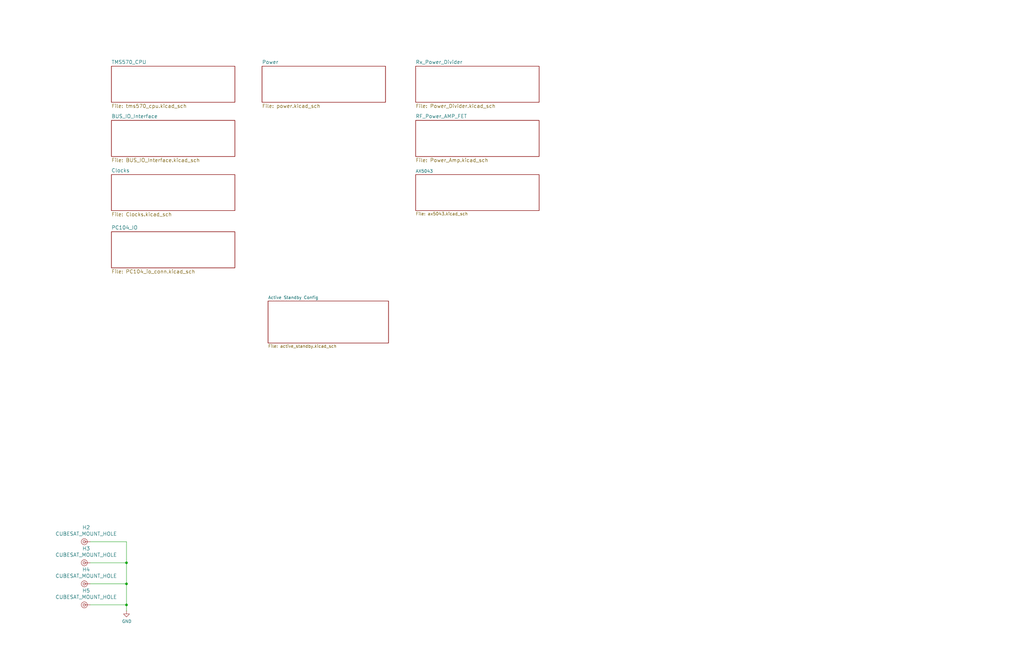
<source format=kicad_sch>
(kicad_sch (version 20250114) (generator "eeschema") (generator_version "9.0")
  (paper "USLedger")
  (title_block (title "Radiation Tolerant Internal Housekeeping Unit (IHU)") (date "2022-12-27") (rev "1.2") (company "AMSAT-NA") (comment 1 "N5BRG"))
  (lib_symbols
    (symbol "PACSAT_DEV_misc:CUBESAT_MOUNT_HOLE_1" (pin_numbers (hide yes)) (pin_names (offset 0) (hide yes))
      (property "Reference" "H104" (at 0.7874 6.0198 0))
      (property "Value" "CUBESAT_MOUNT_HOLE" (at 0.7874 3.3274 0))
      (symbol "CUBESAT_MOUNT_HOLE_1_0_1"
        (circle (center 0 0) (radius 0.5588))
        (circle (center 0 0) (radius 1.27))
      )
      (symbol "CUBESAT_MOUNT_HOLE_1_1_1"
        (pin passive line (at 2.54 0 180) (length 2.54) (name "1") (number "1"))
      )
    )
    (symbol "power:GND" (power) (pin_numbers (hide yes)) (pin_names (offset 0) (hide yes))
      (property "Value" "GND" (at 0 -3.81 0))
      (symbol "GND_0_1"
        (polyline (pts (xy 0 0) (xy 0 -1.27) (xy 1.27 -1.27) (xy 0 -2.54) (xy -1.27 -1.27) (xy 0 -1.27)))
      )
      (symbol "GND_1_1"
        (pin power_in line (at 0 0 270) (length 0) (name "~") (number "1"))
      )
    )
  )
  (junction (at 53.34 246.38))
  (junction (at 53.34 255.27))
  (junction (at 53.34 237.49))
  (wire (pts (xy 38.1 246.38) (xy 53.34 246.38)))
  (wire (pts (xy 38.1 255.27) (xy 53.34 255.27)))
  (wire (pts (xy 53.34 246.38) (xy 53.34 255.27)))
  (wire (pts (xy 53.34 255.27) (xy 53.34 257.81)))
  (wire (pts (xy 53.34 228.6) (xy 53.34 237.49)))
  (wire (pts (xy 38.1 237.49) (xy 53.34 237.49)))
  (wire (pts (xy 38.1 228.6) (xy 53.34 228.6)))
  (wire (pts (xy 53.34 237.49) (xy 53.34 246.38)))
  (symbol (lib_id "PACSAT_DEV_misc:CUBESAT_MOUNT_HOLE_1") (at 35.56 228.6 0) (unit 1) (in_bom no)
    (property "Reference" "H2" (at 36.3474 222.5802 0) (effects (font (size 1.524 1.524))))
    (property "Value" "CUBESAT_MOUNT_HOLE" (at 36.3474 225.2726 0) (effects (font (size 1.524 1.524))))
    (property "Footprint" "PacSatDev_misc:CUBESAT_MOUNT_HOLE" (effects (hide yes)))
  )
  (symbol (lib_id "PACSAT_DEV_misc:CUBESAT_MOUNT_HOLE_1") (at 35.56 237.49 0) (unit 1) (in_bom no)
    (property "Reference" "H3" (at 36.3474 231.4702 0) (effects (font (size 1.524 1.524))))
    (property "Value" "CUBESAT_MOUNT_HOLE" (at 36.3474 234.1626 0) (effects (font (size 1.524 1.524))))
    (property "Footprint" "PacSatDev_misc:CUBESAT_MOUNT_HOLE" (effects (hide yes)))
  )
  (symbol (lib_id "PACSAT_DEV_misc:CUBESAT_MOUNT_HOLE_1") (at 35.56 246.38 0) (unit 1) (in_bom no)
    (property "Reference" "H4" (at 36.3474 240.3602 0) (effects (font (size 1.524 1.524))))
    (property "Value" "CUBESAT_MOUNT_HOLE" (at 36.3474 243.0526 0) (effects (font (size 1.524 1.524))))
    (property "Footprint" "PacSatDev_misc:CUBESAT_MOUNT_HOLE" (effects (hide yes)))
  )
  (symbol (lib_id "PACSAT_DEV_misc:CUBESAT_MOUNT_HOLE_1") (at 35.56 255.27 0) (unit 1) (in_bom no)
    (property "Reference" "H5" (at 36.3474 249.2502 0) (effects (font (size 1.524 1.524))))
    (property "Value" "CUBESAT_MOUNT_HOLE" (at 36.3474 251.9426 0) (effects (font (size 1.524 1.524))))
    (property "Footprint" "PacSatDev_misc:CUBESAT_MOUNT_HOLE" (effects (hide yes)))
  )
  (symbol (lib_id "power:GND") (at 53.34 257.81 0) (unit 1)
    (property "Reference" "#PWR02" (effects (hide yes)))
    (property "Value" "GND" (at 53.467 262.2042 0))
  )
  (sheet (at 110.49 27.94) (size 52.07 15.24)
    (property "Sheetname" "Power" (at 110.49 27.1014 0) (effects (font (size 1.524 1.524)) (justify left bottom)))
    (property "Sheetfile" "power.kicad_sch" (at 110.49 43.8662 0) (effects (font (size 1.524 1.524)) (justify left top)))
  )
  (sheet (at 46.99 97.79) (size 52.07 15.24)
    (property "Sheetname" "PC104_IO" (at 46.99 96.9514 0) (effects (font (size 1.524 1.524)) (justify left bottom)))
    (property "Sheetfile" "PC104_io_conn.kicad_sch" (at 46.99 113.7162 0) (effects (font (size 1.524 1.524)) (justify left top)))
  )
  (sheet (at 113.03 127) (size 50.8 17.78) (stroke (width 0.1524))
    (property "Sheetname" "Active Standby Config" (at 113.03 126.2884 0) (effects (justify left bottom)))
    (property "Sheetfile" "active_standby.kicad_sch" (at 113.03 145.3646 0) (effects (justify left top)))
  )
  (sheet (at 175.26 27.94) (size 52.07 15.24)
    (property "Sheetname" "Rx_Power_Divider" (at 175.26 27.1014 0) (effects (font (size 1.524 1.524)) (justify left bottom)))
    (property "Sheetfile" "Power_Divider.kicad_sch" (at 175.26 43.8662 0) (effects (font (size 1.524 1.524)) (justify left top)))
  )
  (sheet (at 46.99 73.66) (size 52.07 15.24)
    (property "Sheetname" "Clocks" (at 46.99 72.8214 0) (effects (font (size 1.524 1.524)) (justify left bottom)))
    (property "Sheetfile" "Clocks.kicad_sch" (at 46.99 89.5862 0) (effects (font (size 1.524 1.524)) (justify left top)))
  )
  (sheet (at 46.99 27.94) (size 52.07 15.24)
    (property "Sheetname" "TMS570_CPU" (at 46.99 27.1014 0) (effects (font (size 1.524 1.524)) (justify left bottom)))
    (property "Sheetfile" "tms570_cpu.kicad_sch" (at 46.99 43.8662 0) (effects (font (size 1.524 1.524)) (justify left top)))
  )
  (sheet (at 46.99 50.8) (size 52.07 15.24)
    (property "Sheetname" "BUS_IO_Interface" (at 46.99 49.9614 0) (effects (font (size 1.524 1.524)) (justify left bottom)))
    (property "Sheetfile" "BUS_IO_Interface.kicad_sch" (at 46.99 66.7262 0) (effects (font (size 1.524 1.524)) (justify left top)))
  )
  (sheet (at 175.26 50.8) (size 52.07 15.24)
    (property "Sheetname" "RF_Power_AMP_FET" (at 175.26 49.9614 0) (effects (font (size 1.524 1.524)) (justify left bottom)))
    (property "Sheetfile" "Power_Amp.kicad_sch" (at 175.26 66.7262 0) (effects (font (size 1.524 1.524)) (justify left top)))
  )
  (sheet (at 175.26 73.66) (size 52.07 15.24) (stroke (width 0.1524))
    (property "Sheetname" "AX5043" (at 175.26 72.9484 0) (effects (justify left bottom)))
    (property "Sheetfile" "ax5043.kicad_sch" (at 175.26 89.4846 0) (effects (justify left top)))
  )
)
</source>
